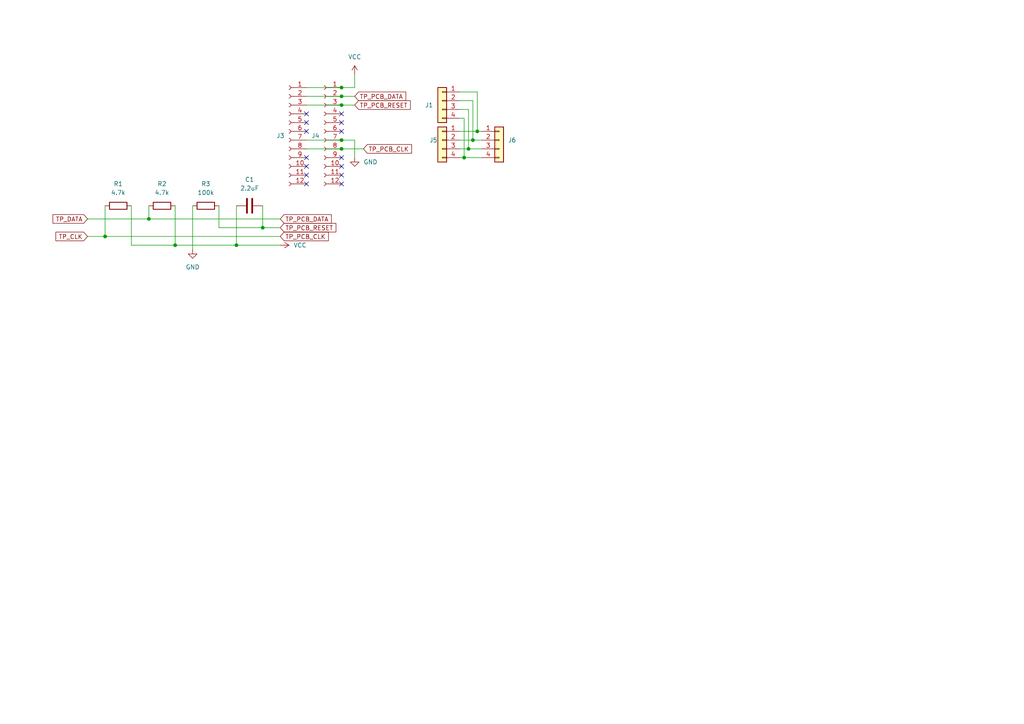
<source format=kicad_sch>
(kicad_sch (version 20230121) (generator eeschema)
  (paper "A4")
  (lib_symbols
    (symbol "Connector:Conn_01x12_Socket" (pin_names (offset 1.016) hide)
      (property "Reference" "J" (at 0 15.24 0))
      (property "Value" "Conn_01x12_Socket" (at 0 -17.78 0))
      (symbol "Conn_01x12_Socket_1_1"
        (arc (start 0 -14.732) (mid -0.5058 -15.24) (end 0 -15.748) (stroke (width 0.1524)))
        (arc (start 0 -12.192) (mid -0.5058 -12.7) (end 0 -13.208) (stroke (width 0.1524)))
        (arc (start 0 -9.652) (mid -0.5058 -10.16) (end 0 -10.668) (stroke (width 0.1524)))
        (arc (start 0 -7.112) (mid -0.5058 -7.62) (end 0 -8.128) (stroke (width 0.1524)))
        (arc (start 0 -4.572) (mid -0.5058 -5.08) (end 0 -5.588) (stroke (width 0.1524)))
        (arc (start 0 -2.032) (mid -0.5058 -2.54) (end 0 -3.048) (stroke (width 0.1524)))
        (polyline (pts (xy -1.27 -15.24) (xy -0.508 -15.24)) (stroke (width 0.1524)))
        (polyline (pts (xy -1.27 -12.7) (xy -0.508 -12.7)) (stroke (width 0.1524)))
        (polyline (pts (xy -1.27 -10.16) (xy -0.508 -10.16)) (stroke (width 0.1524)))
        (polyline (pts (xy -1.27 -7.62) (xy -0.508 -7.62)) (stroke (width 0.1524)))
        (polyline (pts (xy -1.27 -5.08) (xy -0.508 -5.08)) (stroke (width 0.1524)))
        (polyline (pts (xy -1.27 -2.54) (xy -0.508 -2.54)) (stroke (width 0.1524)))
        (polyline (pts (xy -1.27 0) (xy -0.508 0)) (stroke (width 0.1524)))
        (polyline (pts (xy -1.27 2.54) (xy -0.508 2.54)) (stroke (width 0.1524)))
        (polyline (pts (xy -1.27 5.08) (xy -0.508 5.08)) (stroke (width 0.1524)))
        (polyline (pts (xy -1.27 7.62) (xy -0.508 7.62)) (stroke (width 0.1524)))
        (polyline (pts (xy -1.27 10.16) (xy -0.508 10.16)) (stroke (width 0.1524)))
        (polyline (pts (xy -1.27 12.7) (xy -0.508 12.7)) (stroke (width 0.1524)))
        (arc (start 0 0.508) (mid -0.5058 0) (end 0 -0.508) (stroke (width 0.1524)))
        (arc (start 0 3.048) (mid -0.5058 2.54) (end 0 2.032) (stroke (width 0.1524)))
        (arc (start 0 5.588) (mid -0.5058 5.08) (end 0 4.572) (stroke (width 0.1524)))
        (arc (start 0 8.128) (mid -0.5058 7.62) (end 0 7.112) (stroke (width 0.1524)))
        (arc (start 0 10.668) (mid -0.5058 10.16) (end 0 9.652) (stroke (width 0.1524)))
        (arc (start 0 13.208) (mid -0.5058 12.7) (end 0 12.192) (stroke (width 0.1524)))
        (pin passive line (at -5.08 12.7 0) (length 3.81) (name "Pin_1") (number "1"))
        (pin passive line (at -5.08 -10.16 0) (length 3.81) (name "Pin_10") (number "10"))
        (pin passive line (at -5.08 -12.7 0) (length 3.81) (name "Pin_11") (number "11"))
        (pin passive line (at -5.08 -15.24 0) (length 3.81) (name "Pin_12") (number "12"))
        (pin passive line (at -5.08 10.16 0) (length 3.81) (name "Pin_2") (number "2"))
        (pin passive line (at -5.08 7.62 0) (length 3.81) (name "Pin_3") (number "3"))
        (pin passive line (at -5.08 5.08 0) (length 3.81) (name "Pin_4") (number "4"))
        (pin passive line (at -5.08 2.54 0) (length 3.81) (name "Pin_5") (number "5"))
        (pin passive line (at -5.08 0 0) (length 3.81) (name "Pin_6") (number "6"))
        (pin passive line (at -5.08 -2.54 0) (length 3.81) (name "Pin_7") (number "7"))
        (pin passive line (at -5.08 -5.08 0) (length 3.81) (name "Pin_8") (number "8"))
        (pin passive line (at -5.08 -7.62 0) (length 3.81) (name "Pin_9") (number "9"))
      )
    )
    (symbol "Connector_Generic:Conn_01x04" (pin_names (offset 1.016) hide)
      (property "Reference" "J" (at 0 5.08 0))
      (property "Value" "Conn_01x04" (at 0 -7.62 0))
      (symbol "Conn_01x04_1_1"
        (rectangle (start -1.27 -4.953) (end 0 -5.207) (stroke (width 0.1524)))
        (rectangle (start -1.27 -2.413) (end 0 -2.667) (stroke (width 0.1524)))
        (rectangle (start -1.27 0.127) (end 0 -0.127) (stroke (width 0.1524)))
        (rectangle (start -1.27 2.667) (end 0 2.413) (stroke (width 0.1524)))
        (rectangle (start -1.27 3.81) (end 1.27 -6.35) (stroke (width 0.254)) (fill (type background)))
        (pin passive line (at -5.08 2.54 0) (length 3.81) (name "Pin_1") (number "1"))
        (pin passive line (at -5.08 0 0) (length 3.81) (name "Pin_2") (number "2"))
        (pin passive line (at -5.08 -2.54 0) (length 3.81) (name "Pin_3") (number "3"))
        (pin passive line (at -5.08 -5.08 0) (length 3.81) (name "Pin_4") (number "4"))
      )
    )
    (symbol "Device:C" (pin_numbers hide) (pin_names (offset 0.254))
      (property "Reference" "C" (at 0.635 2.54 0))
      (property "Value" "C" (at 0.635 -2.54 0))
      (symbol "C_0_1"
        (polyline (pts (xy -2.032 -0.762) (xy 2.032 -0.762)) (stroke (width 0.508)))
        (polyline (pts (xy -2.032 0.762) (xy 2.032 0.762)) (stroke (width 0.508)))
      )
      (symbol "C_1_1"
        (pin passive line (at 0 3.81 270) (length 2.794) (name "~") (number "1"))
        (pin passive line (at 0 -3.81 90) (length 2.794) (name "~") (number "2"))
      )
    )
    (symbol "Device:R" (pin_numbers hide) (pin_names (offset 0))
      (property "Reference" "R" (at 2.032 0 90))
      (property "Value" "R" (at 0 0 90))
      (symbol "R_0_1"
        (rectangle (start -1.016 -2.54) (end 1.016 2.54) (stroke (width 0.254)))
      )
      (symbol "R_1_1"
        (pin passive line (at 0 3.81 270) (length 1.27) (name "~") (number "1"))
        (pin passive line (at 0 -3.81 90) (length 1.27) (name "~") (number "2"))
      )
    )
    (symbol "power:GND" (power) (pin_names (offset 0))
      (property "Value" "GND" (at 0 -3.81 0))
      (symbol "GND_0_1"
        (polyline (pts (xy 0 0) (xy 0 -1.27) (xy 1.27 -1.27) (xy 0 -2.54) (xy -1.27 -1.27) (xy 0 -1.27)))
      )
      (symbol "GND_1_1"
        (pin power_in line (at 0 0 270) (length 0) hide (name "GND") (number "1"))
      )
    )
    (symbol "power:VCC" (power) (pin_names (offset 0))
      (property "Value" "VCC" (at 0 3.81 0))
      (symbol "VCC_0_1"
        (polyline (pts (xy -0.762 1.27) (xy 0 2.54)))
        (polyline (pts (xy 0 0) (xy 0 2.54)))
        (polyline (pts (xy 0 2.54) (xy 0.762 1.27)))
      )
      (symbol "VCC_1_1"
        (pin power_in line (at 0 0 90) (length 0) hide (name "VCC") (number "1"))
      )
    )
  )
  (junction (at 68.58 71.12))
  (junction (at 99.06 25.4))
  (junction (at 43.18 63.5))
  (junction (at 30.48 68.58))
  (junction (at 99.06 27.94))
  (junction (at 138.43 38.1))
  (junction (at 99.06 40.64))
  (junction (at 99.06 30.48))
  (junction (at 76.2 66.04))
  (junction (at 99.06 43.18))
  (junction (at 137.16 40.64))
  (junction (at 135.89 43.18))
  (junction (at 134.62 45.72))
  (junction (at 50.8 71.12))
  (no_connect (at 99.06 35.56))
  (no_connect (at 88.9 38.1))
  (no_connect (at 99.06 50.8))
  (no_connect (at 88.9 48.26))
  (no_connect (at 88.9 53.34))
  (no_connect (at 88.9 35.56))
  (no_connect (at 88.9 45.72))
  (no_connect (at 99.06 48.26))
  (no_connect (at 99.06 45.72))
  (no_connect (at 99.06 38.1))
  (no_connect (at 88.9 33.02))
  (no_connect (at 99.06 53.34))
  (no_connect (at 88.9 50.8))
  (no_connect (at 99.06 33.02))
  (wire (pts (xy 43.18 59.69) (xy 43.18 63.5)))
  (wire (pts (xy 88.9 27.94) (xy 99.06 27.94)))
  (wire (pts (xy 55.88 59.69) (xy 55.88 72.39)))
  (wire (pts (xy 102.87 40.64) (xy 99.06 40.64)))
  (wire (pts (xy 25.4 63.5) (xy 43.18 63.5)))
  (wire (pts (xy 76.2 59.69) (xy 76.2 66.04)))
  (wire (pts (xy 30.48 68.58) (xy 81.28 68.58)))
  (wire (pts (xy 133.35 43.18) (xy 135.89 43.18)))
  (wire (pts (xy 102.87 45.72) (xy 102.87 40.64)))
  (wire (pts (xy 134.62 45.72) (xy 139.7 45.72)))
  (wire (pts (xy 63.5 66.04) (xy 76.2 66.04)))
  (wire (pts (xy 76.2 66.04) (xy 81.28 66.04)))
  (wire (pts (xy 137.16 29.21) (xy 137.16 40.64)))
  (wire (pts (xy 50.8 71.12) (xy 68.58 71.12)))
  (wire (pts (xy 133.35 26.67) (xy 138.43 26.67)))
  (wire (pts (xy 68.58 59.69) (xy 68.58 71.12)))
  (wire (pts (xy 88.9 25.4) (xy 99.06 25.4)))
  (wire (pts (xy 30.48 59.69) (xy 30.48 68.58)))
  (wire (pts (xy 68.58 71.12) (xy 81.28 71.12)))
  (wire (pts (xy 138.43 26.67) (xy 138.43 38.1)))
  (wire (pts (xy 38.1 71.12) (xy 50.8 71.12)))
  (wire (pts (xy 133.35 34.29) (xy 134.62 34.29)))
  (wire (pts (xy 88.9 43.18) (xy 99.06 43.18)))
  (wire (pts (xy 138.43 38.1) (xy 139.7 38.1)))
  (wire (pts (xy 99.06 25.4) (xy 102.87 25.4)))
  (wire (pts (xy 133.35 29.21) (xy 137.16 29.21)))
  (wire (pts (xy 133.35 31.75) (xy 135.89 31.75)))
  (wire (pts (xy 38.1 59.69) (xy 38.1 71.12)))
  (wire (pts (xy 99.06 43.18) (xy 105.41 43.18)))
  (wire (pts (xy 25.4 68.58) (xy 30.48 68.58)))
  (wire (pts (xy 88.9 40.64) (xy 99.06 40.64)))
  (wire (pts (xy 50.8 59.69) (xy 50.8 71.12)))
  (wire (pts (xy 63.5 59.69) (xy 63.5 66.04)))
  (wire (pts (xy 43.18 63.5) (xy 81.28 63.5)))
  (wire (pts (xy 137.16 40.64) (xy 139.7 40.64)))
  (wire (pts (xy 135.89 43.18) (xy 139.7 43.18)))
  (wire (pts (xy 133.35 45.72) (xy 134.62 45.72)))
  (wire (pts (xy 134.62 34.29) (xy 134.62 45.72)))
  (wire (pts (xy 133.35 38.1) (xy 138.43 38.1)))
  (wire (pts (xy 135.89 31.75) (xy 135.89 43.18)))
  (wire (pts (xy 88.9 30.48) (xy 99.06 30.48)))
  (wire (pts (xy 102.87 21.59) (xy 102.87 25.4)))
  (wire (pts (xy 99.06 27.94) (xy 102.87 27.94)))
  (wire (pts (xy 133.35 40.64) (xy 137.16 40.64)))
  (wire (pts (xy 99.06 30.48) (xy 102.87 30.48)))
  (global_label "TP_CLK" (shape input) (at 25.4 68.58 180) (property "Intersheetrefs" "${INTERSHEET_REFS}" (effects hide)))
  (global_label "TP_PCB_DATA" (shape input) (at 81.28 63.5 0) (property "Intersheetrefs" "${INTERSHEET_REFS}" (effects hide)))
  (global_label "TP_PCB_DATA" (shape input) (at 102.87 27.94 0) (property "Intersheetrefs" "${INTERSHEET_REFS}" (effects hide)))
  (global_label "TP_PCB_CLK" (shape input) (at 81.28 68.58 0) (property "Intersheetrefs" "${INTERSHEET_REFS}" (effects hide)))
  (global_label "TP_PCB_CLK" (shape input) (at 105.41 43.18 0) (property "Intersheetrefs" "${INTERSHEET_REFS}" (effects hide)))
  (global_label "TP_PCB_RESET" (shape input) (at 102.87 30.48 0) (property "Intersheetrefs" "${INTERSHEET_REFS}" (effects hide)))
  (global_label "TP_DATA" (shape input) (at 25.4 63.5 180) (property "Intersheetrefs" "${INTERSHEET_REFS}" (effects hide)))
  (global_label "TP_PCB_RESET" (shape input) (at 81.28 66.04 0) (property "Intersheetrefs" "${INTERSHEET_REFS}" (effects hide)))
  (symbol (lib_id "power:VCC") (at 81.28 71.12 270) (unit 1)
    (property "Reference" "#PWR08" (effects hide))
    (property "Value" "VCC" (at 85.09 71.12 90) (effects (justify left)))
  )
  (symbol (lib_id "Connector_Generic:Conn_01x04") (at 128.27 29.21 0) (mirror y) (unit 1)
    (property "Reference" "J1" (at 124.46 30.48 0))
    (property "Value" "Conn_01x04" (effects hide))
    (property "Footprint" "hyperpotato:Trackpoint_Connector" (effects hide))
  )
  (symbol (lib_id "Device:C") (at 72.39 59.69 90) (unit 1)
    (property "Reference" "C1" (at 72.39 52.07 90))
    (property "Value" "2.2uF" (at 72.39 54.61 90))
    (property "Footprint" "hyperpotato:C_reversible" (effects hide))
  )
  (symbol (lib_id "Connector:Conn_01x12_Socket") (at 83.82 38.1 0) (mirror y) (unit 1)
    (property "Reference" "J3" (at 82.55 39.37 0) (effects (justify left)))
    (property "Value" "Conn_01x12_Socket" (effects hide))
    (property "Footprint" "hyperpotato:Trackpoint_PCB_Connector" (effects hide))
  )
  (symbol (lib_id "Device:R") (at 59.69 59.69 90) (unit 1)
    (property "Reference" "R3" (at 59.69 53.34 90))
    (property "Value" "100k" (at 59.69 55.88 90))
    (property "Footprint" "hyperpotato:R_reversible" (effects hide))
  )
  (symbol (lib_id "power:VCC") (at 102.87 21.59 0) (unit 1)
    (property "Reference" "#PWR04" (effects hide))
    (property "Value" "VCC" (at 102.87 16.51 0))
  )
  (symbol (lib_id "Device:R") (at 46.99 59.69 90) (unit 1)
    (property "Reference" "R2" (at 46.99 53.34 90))
    (property "Value" "4.7k" (at 46.99 55.88 90))
    (property "Footprint" "hyperpotato:R_reversible" (effects hide))
  )
  (symbol (lib_id "power:GND") (at 102.87 45.72 0) (unit 1)
    (property "Reference" "#PWR07" (effects hide))
    (property "Value" "GND" (at 105.41 46.99 0) (effects (justify left)))
  )
  (symbol (lib_id "power:GND") (at 55.88 72.39 0) (unit 1)
    (property "Reference" "#PWR09" (effects hide))
    (property "Value" "GND" (at 55.88 77.47 0))
  )
  (symbol (lib_id "Connector_Generic:Conn_01x04") (at 128.27 40.64 0) (mirror y) (unit 1)
    (property "Reference" "J5" (at 125.73 40.64 0))
    (property "Value" "Conn_01x04" (effects hide))
    (property "Footprint" "hyperpotato:Trackpoint_Connector" (effects hide))
  )
  (symbol (lib_id "Device:R") (at 34.29 59.69 90) (unit 1)
    (property "Reference" "R1" (at 34.29 53.34 90))
    (property "Value" "4.7k" (at 34.29 55.88 90))
    (property "Footprint" "hyperpotato:R_reversible" (effects hide))
  )
  (symbol (lib_id "Connector:Conn_01x12_Socket") (at 93.98 38.1 0) (mirror y) (unit 1)
    (property "Reference" "J4" (at 92.71 39.37 0) (effects (justify left)))
    (property "Value" "Conn_01x12_Socket" (effects hide))
    (property "Footprint" "hyperpotato:Trackpoint_PCB_Connector" (effects hide))
  )
  (symbol (lib_id "Connector_Generic:Conn_01x04") (at 144.78 40.64 0) (unit 1)
    (property "Reference" "J6" (at 147.32 40.64 0) (effects (justify left)))
    (property "Value" "Conn_01x04" (effects hide))
    (property "Footprint" "hyperpotato:Trackpoint_Connector_Reversible" (effects hide))
  )
)
</source>
